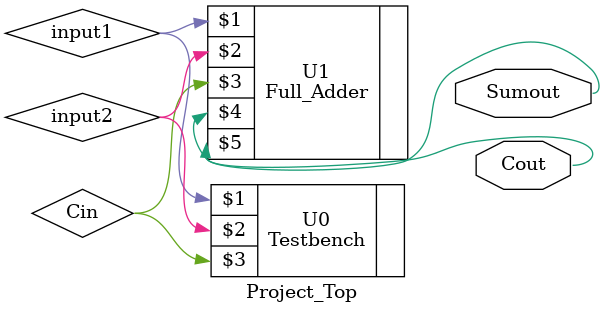
<source format=v>
module Project_Top(

output Sumout,
output Cout
);

wire input1,input2, Cin;

Testbench U0(
input1,
input2,
Cin
);

Full_Adder U1(
input1,
input2,
Cin,
Sumout,
Cout
);
/*
Half_Adder U2(
input1,
input2,
Sumout,
Cout
);*/

endmodule
</source>
